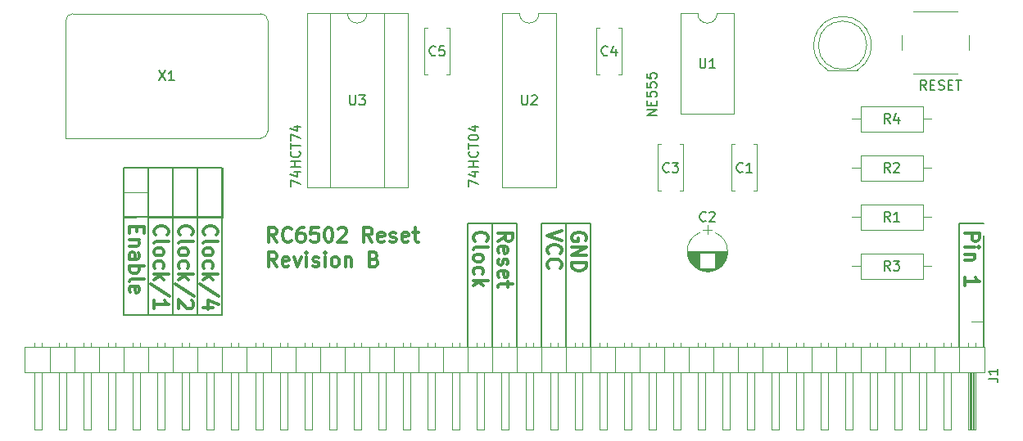
<source format=gto>
G04 #@! TF.FileFunction,Legend,Top*
%FSLAX46Y46*%
G04 Gerber Fmt 4.6, Leading zero omitted, Abs format (unit mm)*
G04 Created by KiCad (PCBNEW 4.0.6) date 06/20/17 00:11:08*
%MOMM*%
%LPD*%
G01*
G04 APERTURE LIST*
%ADD10C,0.100000*%
%ADD11C,0.300000*%
%ADD12C,0.200000*%
%ADD13C,0.120000*%
%ADD14C,0.150000*%
G04 APERTURE END LIST*
D10*
D11*
X111224286Y-135834286D02*
X111152857Y-135762857D01*
X111081429Y-135548571D01*
X111081429Y-135405714D01*
X111152857Y-135191429D01*
X111295714Y-135048571D01*
X111438571Y-134977143D01*
X111724286Y-134905714D01*
X111938571Y-134905714D01*
X112224286Y-134977143D01*
X112367143Y-135048571D01*
X112510000Y-135191429D01*
X112581429Y-135405714D01*
X112581429Y-135548571D01*
X112510000Y-135762857D01*
X112438571Y-135834286D01*
X111081429Y-136691429D02*
X111152857Y-136548571D01*
X111295714Y-136477143D01*
X112581429Y-136477143D01*
X111081429Y-137477143D02*
X111152857Y-137334285D01*
X111224286Y-137262857D01*
X111367143Y-137191428D01*
X111795714Y-137191428D01*
X111938571Y-137262857D01*
X112010000Y-137334285D01*
X112081429Y-137477143D01*
X112081429Y-137691428D01*
X112010000Y-137834285D01*
X111938571Y-137905714D01*
X111795714Y-137977143D01*
X111367143Y-137977143D01*
X111224286Y-137905714D01*
X111152857Y-137834285D01*
X111081429Y-137691428D01*
X111081429Y-137477143D01*
X111152857Y-139262857D02*
X111081429Y-139120000D01*
X111081429Y-138834286D01*
X111152857Y-138691428D01*
X111224286Y-138620000D01*
X111367143Y-138548571D01*
X111795714Y-138548571D01*
X111938571Y-138620000D01*
X112010000Y-138691428D01*
X112081429Y-138834286D01*
X112081429Y-139120000D01*
X112010000Y-139262857D01*
X111081429Y-139905714D02*
X112581429Y-139905714D01*
X111652857Y-140048571D02*
X111081429Y-140477142D01*
X112081429Y-140477142D02*
X111510000Y-139905714D01*
X112652857Y-142191428D02*
X110724286Y-140905714D01*
X112081429Y-143334286D02*
X111081429Y-143334286D01*
X112652857Y-142977143D02*
X111581429Y-142620000D01*
X111581429Y-143548572D01*
X108684286Y-135834286D02*
X108612857Y-135762857D01*
X108541429Y-135548571D01*
X108541429Y-135405714D01*
X108612857Y-135191429D01*
X108755714Y-135048571D01*
X108898571Y-134977143D01*
X109184286Y-134905714D01*
X109398571Y-134905714D01*
X109684286Y-134977143D01*
X109827143Y-135048571D01*
X109970000Y-135191429D01*
X110041429Y-135405714D01*
X110041429Y-135548571D01*
X109970000Y-135762857D01*
X109898571Y-135834286D01*
X108541429Y-136691429D02*
X108612857Y-136548571D01*
X108755714Y-136477143D01*
X110041429Y-136477143D01*
X108541429Y-137477143D02*
X108612857Y-137334285D01*
X108684286Y-137262857D01*
X108827143Y-137191428D01*
X109255714Y-137191428D01*
X109398571Y-137262857D01*
X109470000Y-137334285D01*
X109541429Y-137477143D01*
X109541429Y-137691428D01*
X109470000Y-137834285D01*
X109398571Y-137905714D01*
X109255714Y-137977143D01*
X108827143Y-137977143D01*
X108684286Y-137905714D01*
X108612857Y-137834285D01*
X108541429Y-137691428D01*
X108541429Y-137477143D01*
X108612857Y-139262857D02*
X108541429Y-139120000D01*
X108541429Y-138834286D01*
X108612857Y-138691428D01*
X108684286Y-138620000D01*
X108827143Y-138548571D01*
X109255714Y-138548571D01*
X109398571Y-138620000D01*
X109470000Y-138691428D01*
X109541429Y-138834286D01*
X109541429Y-139120000D01*
X109470000Y-139262857D01*
X108541429Y-139905714D02*
X110041429Y-139905714D01*
X109112857Y-140048571D02*
X108541429Y-140477142D01*
X109541429Y-140477142D02*
X108970000Y-139905714D01*
X110112857Y-142191428D02*
X108184286Y-140905714D01*
X109898571Y-142620000D02*
X109970000Y-142691429D01*
X110041429Y-142834286D01*
X110041429Y-143191429D01*
X109970000Y-143334286D01*
X109898571Y-143405715D01*
X109755714Y-143477143D01*
X109612857Y-143477143D01*
X109398571Y-143405715D01*
X108541429Y-142548572D01*
X108541429Y-143477143D01*
D12*
X105410000Y-128905000D02*
X105410000Y-144145000D01*
X107950000Y-128905000D02*
X107950000Y-144145000D01*
X110490000Y-128905000D02*
X110490000Y-144145000D01*
X102870000Y-144145000D02*
X102870000Y-143510000D01*
X113030000Y-144145000D02*
X102870000Y-144145000D01*
X113030000Y-143510000D02*
X113030000Y-144145000D01*
D11*
X106144286Y-135834286D02*
X106072857Y-135762857D01*
X106001429Y-135548571D01*
X106001429Y-135405714D01*
X106072857Y-135191429D01*
X106215714Y-135048571D01*
X106358571Y-134977143D01*
X106644286Y-134905714D01*
X106858571Y-134905714D01*
X107144286Y-134977143D01*
X107287143Y-135048571D01*
X107430000Y-135191429D01*
X107501429Y-135405714D01*
X107501429Y-135548571D01*
X107430000Y-135762857D01*
X107358571Y-135834286D01*
X106001429Y-136691429D02*
X106072857Y-136548571D01*
X106215714Y-136477143D01*
X107501429Y-136477143D01*
X106001429Y-137477143D02*
X106072857Y-137334285D01*
X106144286Y-137262857D01*
X106287143Y-137191428D01*
X106715714Y-137191428D01*
X106858571Y-137262857D01*
X106930000Y-137334285D01*
X107001429Y-137477143D01*
X107001429Y-137691428D01*
X106930000Y-137834285D01*
X106858571Y-137905714D01*
X106715714Y-137977143D01*
X106287143Y-137977143D01*
X106144286Y-137905714D01*
X106072857Y-137834285D01*
X106001429Y-137691428D01*
X106001429Y-137477143D01*
X106072857Y-139262857D02*
X106001429Y-139120000D01*
X106001429Y-138834286D01*
X106072857Y-138691428D01*
X106144286Y-138620000D01*
X106287143Y-138548571D01*
X106715714Y-138548571D01*
X106858571Y-138620000D01*
X106930000Y-138691428D01*
X107001429Y-138834286D01*
X107001429Y-139120000D01*
X106930000Y-139262857D01*
X106001429Y-139905714D02*
X107501429Y-139905714D01*
X106572857Y-140048571D02*
X106001429Y-140477142D01*
X107001429Y-140477142D02*
X106430000Y-139905714D01*
X107572857Y-142191428D02*
X105644286Y-140905714D01*
X106001429Y-143477143D02*
X106001429Y-142620000D01*
X106001429Y-143048572D02*
X107501429Y-143048572D01*
X107287143Y-142905715D01*
X107144286Y-142762857D01*
X107072857Y-142620000D01*
X104247143Y-134977143D02*
X104247143Y-135477143D01*
X103461429Y-135691429D02*
X103461429Y-134977143D01*
X104961429Y-134977143D01*
X104961429Y-135691429D01*
X104461429Y-136334286D02*
X103461429Y-136334286D01*
X104318571Y-136334286D02*
X104390000Y-136405714D01*
X104461429Y-136548572D01*
X104461429Y-136762857D01*
X104390000Y-136905714D01*
X104247143Y-136977143D01*
X103461429Y-136977143D01*
X103461429Y-138334286D02*
X104247143Y-138334286D01*
X104390000Y-138262857D01*
X104461429Y-138120000D01*
X104461429Y-137834286D01*
X104390000Y-137691429D01*
X103532857Y-138334286D02*
X103461429Y-138191429D01*
X103461429Y-137834286D01*
X103532857Y-137691429D01*
X103675714Y-137620000D01*
X103818571Y-137620000D01*
X103961429Y-137691429D01*
X104032857Y-137834286D01*
X104032857Y-138191429D01*
X104104286Y-138334286D01*
X103461429Y-139048572D02*
X104961429Y-139048572D01*
X104390000Y-139048572D02*
X104461429Y-139191429D01*
X104461429Y-139477143D01*
X104390000Y-139620000D01*
X104318571Y-139691429D01*
X104175714Y-139762858D01*
X103747143Y-139762858D01*
X103604286Y-139691429D01*
X103532857Y-139620000D01*
X103461429Y-139477143D01*
X103461429Y-139191429D01*
X103532857Y-139048572D01*
X103461429Y-140620001D02*
X103532857Y-140477143D01*
X103675714Y-140405715D01*
X104961429Y-140405715D01*
X103532857Y-141762857D02*
X103461429Y-141620000D01*
X103461429Y-141334286D01*
X103532857Y-141191429D01*
X103675714Y-141120000D01*
X104247143Y-141120000D01*
X104390000Y-141191429D01*
X104461429Y-141334286D01*
X104461429Y-141620000D01*
X104390000Y-141762857D01*
X104247143Y-141834286D01*
X104104286Y-141834286D01*
X103961429Y-141120000D01*
D12*
X102870000Y-133985000D02*
X113030000Y-133985000D01*
X102870000Y-128905000D02*
X113030000Y-128905000D01*
X113030000Y-128905000D02*
X113030000Y-143510000D01*
X102870000Y-128905000D02*
X102870000Y-143510000D01*
X189230000Y-134620000D02*
X191770000Y-134620000D01*
X189230000Y-147320000D02*
X189230000Y-134620000D01*
X148590000Y-147320000D02*
X148590000Y-134620000D01*
X151130000Y-134620000D02*
X151130000Y-147320000D01*
X146050000Y-134620000D02*
X151130000Y-134620000D01*
X146050000Y-147320000D02*
X146050000Y-134620000D01*
X143510000Y-134620000D02*
X143510000Y-147320000D01*
X140970000Y-147320000D02*
X140970000Y-134620000D01*
X138430000Y-134620000D02*
X138430000Y-147320000D01*
X143510000Y-134620000D02*
X138430000Y-134620000D01*
D11*
X139164286Y-136469286D02*
X139092857Y-136397857D01*
X139021429Y-136183571D01*
X139021429Y-136040714D01*
X139092857Y-135826429D01*
X139235714Y-135683571D01*
X139378571Y-135612143D01*
X139664286Y-135540714D01*
X139878571Y-135540714D01*
X140164286Y-135612143D01*
X140307143Y-135683571D01*
X140450000Y-135826429D01*
X140521429Y-136040714D01*
X140521429Y-136183571D01*
X140450000Y-136397857D01*
X140378571Y-136469286D01*
X139021429Y-137326429D02*
X139092857Y-137183571D01*
X139235714Y-137112143D01*
X140521429Y-137112143D01*
X139021429Y-138112143D02*
X139092857Y-137969285D01*
X139164286Y-137897857D01*
X139307143Y-137826428D01*
X139735714Y-137826428D01*
X139878571Y-137897857D01*
X139950000Y-137969285D01*
X140021429Y-138112143D01*
X140021429Y-138326428D01*
X139950000Y-138469285D01*
X139878571Y-138540714D01*
X139735714Y-138612143D01*
X139307143Y-138612143D01*
X139164286Y-138540714D01*
X139092857Y-138469285D01*
X139021429Y-138326428D01*
X139021429Y-138112143D01*
X139092857Y-139897857D02*
X139021429Y-139755000D01*
X139021429Y-139469286D01*
X139092857Y-139326428D01*
X139164286Y-139255000D01*
X139307143Y-139183571D01*
X139735714Y-139183571D01*
X139878571Y-139255000D01*
X139950000Y-139326428D01*
X140021429Y-139469286D01*
X140021429Y-139755000D01*
X139950000Y-139897857D01*
X139021429Y-140540714D02*
X140521429Y-140540714D01*
X139592857Y-140683571D02*
X139021429Y-141112142D01*
X140021429Y-141112142D02*
X139450000Y-140540714D01*
X141561429Y-136469286D02*
X142275714Y-135969286D01*
X141561429Y-135612143D02*
X143061429Y-135612143D01*
X143061429Y-136183571D01*
X142990000Y-136326429D01*
X142918571Y-136397857D01*
X142775714Y-136469286D01*
X142561429Y-136469286D01*
X142418571Y-136397857D01*
X142347143Y-136326429D01*
X142275714Y-136183571D01*
X142275714Y-135612143D01*
X141632857Y-137683571D02*
X141561429Y-137540714D01*
X141561429Y-137255000D01*
X141632857Y-137112143D01*
X141775714Y-137040714D01*
X142347143Y-137040714D01*
X142490000Y-137112143D01*
X142561429Y-137255000D01*
X142561429Y-137540714D01*
X142490000Y-137683571D01*
X142347143Y-137755000D01*
X142204286Y-137755000D01*
X142061429Y-137040714D01*
X141632857Y-138326428D02*
X141561429Y-138469285D01*
X141561429Y-138755000D01*
X141632857Y-138897857D01*
X141775714Y-138969285D01*
X141847143Y-138969285D01*
X141990000Y-138897857D01*
X142061429Y-138755000D01*
X142061429Y-138540714D01*
X142132857Y-138397857D01*
X142275714Y-138326428D01*
X142347143Y-138326428D01*
X142490000Y-138397857D01*
X142561429Y-138540714D01*
X142561429Y-138755000D01*
X142490000Y-138897857D01*
X141632857Y-140183571D02*
X141561429Y-140040714D01*
X141561429Y-139755000D01*
X141632857Y-139612143D01*
X141775714Y-139540714D01*
X142347143Y-139540714D01*
X142490000Y-139612143D01*
X142561429Y-139755000D01*
X142561429Y-140040714D01*
X142490000Y-140183571D01*
X142347143Y-140255000D01*
X142204286Y-140255000D01*
X142061429Y-139540714D01*
X142561429Y-140683571D02*
X142561429Y-141255000D01*
X143061429Y-140897857D02*
X141775714Y-140897857D01*
X141632857Y-140969285D01*
X141561429Y-141112143D01*
X141561429Y-141255000D01*
X148141429Y-135397857D02*
X146641429Y-135897857D01*
X148141429Y-136397857D01*
X146784286Y-137755000D02*
X146712857Y-137683571D01*
X146641429Y-137469285D01*
X146641429Y-137326428D01*
X146712857Y-137112143D01*
X146855714Y-136969285D01*
X146998571Y-136897857D01*
X147284286Y-136826428D01*
X147498571Y-136826428D01*
X147784286Y-136897857D01*
X147927143Y-136969285D01*
X148070000Y-137112143D01*
X148141429Y-137326428D01*
X148141429Y-137469285D01*
X148070000Y-137683571D01*
X147998571Y-137755000D01*
X146784286Y-139255000D02*
X146712857Y-139183571D01*
X146641429Y-138969285D01*
X146641429Y-138826428D01*
X146712857Y-138612143D01*
X146855714Y-138469285D01*
X146998571Y-138397857D01*
X147284286Y-138326428D01*
X147498571Y-138326428D01*
X147784286Y-138397857D01*
X147927143Y-138469285D01*
X148070000Y-138612143D01*
X148141429Y-138826428D01*
X148141429Y-138969285D01*
X148070000Y-139183571D01*
X147998571Y-139255000D01*
X150610000Y-136397857D02*
X150681429Y-136255000D01*
X150681429Y-136040714D01*
X150610000Y-135826429D01*
X150467143Y-135683571D01*
X150324286Y-135612143D01*
X150038571Y-135540714D01*
X149824286Y-135540714D01*
X149538571Y-135612143D01*
X149395714Y-135683571D01*
X149252857Y-135826429D01*
X149181429Y-136040714D01*
X149181429Y-136183571D01*
X149252857Y-136397857D01*
X149324286Y-136469286D01*
X149824286Y-136469286D01*
X149824286Y-136183571D01*
X149181429Y-137112143D02*
X150681429Y-137112143D01*
X149181429Y-137969286D01*
X150681429Y-137969286D01*
X149181429Y-138683572D02*
X150681429Y-138683572D01*
X150681429Y-139040715D01*
X150610000Y-139255000D01*
X150467143Y-139397858D01*
X150324286Y-139469286D01*
X150038571Y-139540715D01*
X149824286Y-139540715D01*
X149538571Y-139469286D01*
X149395714Y-139397858D01*
X149252857Y-139255000D01*
X149181429Y-139040715D01*
X149181429Y-138683572D01*
X118689286Y-136563571D02*
X118189286Y-135849286D01*
X117832143Y-136563571D02*
X117832143Y-135063571D01*
X118403571Y-135063571D01*
X118546429Y-135135000D01*
X118617857Y-135206429D01*
X118689286Y-135349286D01*
X118689286Y-135563571D01*
X118617857Y-135706429D01*
X118546429Y-135777857D01*
X118403571Y-135849286D01*
X117832143Y-135849286D01*
X120189286Y-136420714D02*
X120117857Y-136492143D01*
X119903571Y-136563571D01*
X119760714Y-136563571D01*
X119546429Y-136492143D01*
X119403571Y-136349286D01*
X119332143Y-136206429D01*
X119260714Y-135920714D01*
X119260714Y-135706429D01*
X119332143Y-135420714D01*
X119403571Y-135277857D01*
X119546429Y-135135000D01*
X119760714Y-135063571D01*
X119903571Y-135063571D01*
X120117857Y-135135000D01*
X120189286Y-135206429D01*
X121475000Y-135063571D02*
X121189286Y-135063571D01*
X121046429Y-135135000D01*
X120975000Y-135206429D01*
X120832143Y-135420714D01*
X120760714Y-135706429D01*
X120760714Y-136277857D01*
X120832143Y-136420714D01*
X120903571Y-136492143D01*
X121046429Y-136563571D01*
X121332143Y-136563571D01*
X121475000Y-136492143D01*
X121546429Y-136420714D01*
X121617857Y-136277857D01*
X121617857Y-135920714D01*
X121546429Y-135777857D01*
X121475000Y-135706429D01*
X121332143Y-135635000D01*
X121046429Y-135635000D01*
X120903571Y-135706429D01*
X120832143Y-135777857D01*
X120760714Y-135920714D01*
X122975000Y-135063571D02*
X122260714Y-135063571D01*
X122189285Y-135777857D01*
X122260714Y-135706429D01*
X122403571Y-135635000D01*
X122760714Y-135635000D01*
X122903571Y-135706429D01*
X122975000Y-135777857D01*
X123046428Y-135920714D01*
X123046428Y-136277857D01*
X122975000Y-136420714D01*
X122903571Y-136492143D01*
X122760714Y-136563571D01*
X122403571Y-136563571D01*
X122260714Y-136492143D01*
X122189285Y-136420714D01*
X123974999Y-135063571D02*
X124117856Y-135063571D01*
X124260713Y-135135000D01*
X124332142Y-135206429D01*
X124403571Y-135349286D01*
X124474999Y-135635000D01*
X124474999Y-135992143D01*
X124403571Y-136277857D01*
X124332142Y-136420714D01*
X124260713Y-136492143D01*
X124117856Y-136563571D01*
X123974999Y-136563571D01*
X123832142Y-136492143D01*
X123760713Y-136420714D01*
X123689285Y-136277857D01*
X123617856Y-135992143D01*
X123617856Y-135635000D01*
X123689285Y-135349286D01*
X123760713Y-135206429D01*
X123832142Y-135135000D01*
X123974999Y-135063571D01*
X125046427Y-135206429D02*
X125117856Y-135135000D01*
X125260713Y-135063571D01*
X125617856Y-135063571D01*
X125760713Y-135135000D01*
X125832142Y-135206429D01*
X125903570Y-135349286D01*
X125903570Y-135492143D01*
X125832142Y-135706429D01*
X124974999Y-136563571D01*
X125903570Y-136563571D01*
X128546427Y-136563571D02*
X128046427Y-135849286D01*
X127689284Y-136563571D02*
X127689284Y-135063571D01*
X128260712Y-135063571D01*
X128403570Y-135135000D01*
X128474998Y-135206429D01*
X128546427Y-135349286D01*
X128546427Y-135563571D01*
X128474998Y-135706429D01*
X128403570Y-135777857D01*
X128260712Y-135849286D01*
X127689284Y-135849286D01*
X129760712Y-136492143D02*
X129617855Y-136563571D01*
X129332141Y-136563571D01*
X129189284Y-136492143D01*
X129117855Y-136349286D01*
X129117855Y-135777857D01*
X129189284Y-135635000D01*
X129332141Y-135563571D01*
X129617855Y-135563571D01*
X129760712Y-135635000D01*
X129832141Y-135777857D01*
X129832141Y-135920714D01*
X129117855Y-136063571D01*
X130403569Y-136492143D02*
X130546426Y-136563571D01*
X130832141Y-136563571D01*
X130974998Y-136492143D01*
X131046426Y-136349286D01*
X131046426Y-136277857D01*
X130974998Y-136135000D01*
X130832141Y-136063571D01*
X130617855Y-136063571D01*
X130474998Y-135992143D01*
X130403569Y-135849286D01*
X130403569Y-135777857D01*
X130474998Y-135635000D01*
X130617855Y-135563571D01*
X130832141Y-135563571D01*
X130974998Y-135635000D01*
X132260712Y-136492143D02*
X132117855Y-136563571D01*
X131832141Y-136563571D01*
X131689284Y-136492143D01*
X131617855Y-136349286D01*
X131617855Y-135777857D01*
X131689284Y-135635000D01*
X131832141Y-135563571D01*
X132117855Y-135563571D01*
X132260712Y-135635000D01*
X132332141Y-135777857D01*
X132332141Y-135920714D01*
X131617855Y-136063571D01*
X132760712Y-135563571D02*
X133332141Y-135563571D01*
X132974998Y-135063571D02*
X132974998Y-136349286D01*
X133046426Y-136492143D01*
X133189284Y-136563571D01*
X133332141Y-136563571D01*
X118689286Y-139113571D02*
X118189286Y-138399286D01*
X117832143Y-139113571D02*
X117832143Y-137613571D01*
X118403571Y-137613571D01*
X118546429Y-137685000D01*
X118617857Y-137756429D01*
X118689286Y-137899286D01*
X118689286Y-138113571D01*
X118617857Y-138256429D01*
X118546429Y-138327857D01*
X118403571Y-138399286D01*
X117832143Y-138399286D01*
X119903571Y-139042143D02*
X119760714Y-139113571D01*
X119475000Y-139113571D01*
X119332143Y-139042143D01*
X119260714Y-138899286D01*
X119260714Y-138327857D01*
X119332143Y-138185000D01*
X119475000Y-138113571D01*
X119760714Y-138113571D01*
X119903571Y-138185000D01*
X119975000Y-138327857D01*
X119975000Y-138470714D01*
X119260714Y-138613571D01*
X120475000Y-138113571D02*
X120832143Y-139113571D01*
X121189285Y-138113571D01*
X121760714Y-139113571D02*
X121760714Y-138113571D01*
X121760714Y-137613571D02*
X121689285Y-137685000D01*
X121760714Y-137756429D01*
X121832142Y-137685000D01*
X121760714Y-137613571D01*
X121760714Y-137756429D01*
X122403571Y-139042143D02*
X122546428Y-139113571D01*
X122832143Y-139113571D01*
X122975000Y-139042143D01*
X123046428Y-138899286D01*
X123046428Y-138827857D01*
X122975000Y-138685000D01*
X122832143Y-138613571D01*
X122617857Y-138613571D01*
X122475000Y-138542143D01*
X122403571Y-138399286D01*
X122403571Y-138327857D01*
X122475000Y-138185000D01*
X122617857Y-138113571D01*
X122832143Y-138113571D01*
X122975000Y-138185000D01*
X123689286Y-139113571D02*
X123689286Y-138113571D01*
X123689286Y-137613571D02*
X123617857Y-137685000D01*
X123689286Y-137756429D01*
X123760714Y-137685000D01*
X123689286Y-137613571D01*
X123689286Y-137756429D01*
X124617858Y-139113571D02*
X124475000Y-139042143D01*
X124403572Y-138970714D01*
X124332143Y-138827857D01*
X124332143Y-138399286D01*
X124403572Y-138256429D01*
X124475000Y-138185000D01*
X124617858Y-138113571D01*
X124832143Y-138113571D01*
X124975000Y-138185000D01*
X125046429Y-138256429D01*
X125117858Y-138399286D01*
X125117858Y-138827857D01*
X125046429Y-138970714D01*
X124975000Y-139042143D01*
X124832143Y-139113571D01*
X124617858Y-139113571D01*
X125760715Y-138113571D02*
X125760715Y-139113571D01*
X125760715Y-138256429D02*
X125832143Y-138185000D01*
X125975001Y-138113571D01*
X126189286Y-138113571D01*
X126332143Y-138185000D01*
X126403572Y-138327857D01*
X126403572Y-139113571D01*
X128760715Y-138327857D02*
X128975001Y-138399286D01*
X129046429Y-138470714D01*
X129117858Y-138613571D01*
X129117858Y-138827857D01*
X129046429Y-138970714D01*
X128975001Y-139042143D01*
X128832143Y-139113571D01*
X128260715Y-139113571D01*
X128260715Y-137613571D01*
X128760715Y-137613571D01*
X128903572Y-137685000D01*
X128975001Y-137756429D01*
X129046429Y-137899286D01*
X129046429Y-138042143D01*
X128975001Y-138185000D01*
X128903572Y-138256429D01*
X128760715Y-138327857D01*
X128260715Y-138327857D01*
X189821429Y-135612143D02*
X191321429Y-135612143D01*
X191321429Y-136183571D01*
X191250000Y-136326429D01*
X191178571Y-136397857D01*
X191035714Y-136469286D01*
X190821429Y-136469286D01*
X190678571Y-136397857D01*
X190607143Y-136326429D01*
X190535714Y-136183571D01*
X190535714Y-135612143D01*
X189821429Y-137112143D02*
X190821429Y-137112143D01*
X191321429Y-137112143D02*
X191250000Y-137040714D01*
X191178571Y-137112143D01*
X191250000Y-137183571D01*
X191321429Y-137112143D01*
X191178571Y-137112143D01*
X190821429Y-137826429D02*
X189821429Y-137826429D01*
X190678571Y-137826429D02*
X190750000Y-137897857D01*
X190821429Y-138040715D01*
X190821429Y-138255000D01*
X190750000Y-138397857D01*
X190607143Y-138469286D01*
X189821429Y-138469286D01*
X189821429Y-141112143D02*
X189821429Y-140255000D01*
X189821429Y-140683572D02*
X191321429Y-140683572D01*
X191107143Y-140540715D01*
X190964286Y-140397857D01*
X190892857Y-140255000D01*
D12*
X191770000Y-135890000D02*
X191770000Y-147320000D01*
D13*
X185455000Y-135295000D02*
X185455000Y-132675000D01*
X185455000Y-132675000D02*
X179035000Y-132675000D01*
X179035000Y-132675000D02*
X179035000Y-135295000D01*
X179035000Y-135295000D02*
X185455000Y-135295000D01*
X186345000Y-133985000D02*
X185455000Y-133985000D01*
X178145000Y-133985000D02*
X179035000Y-133985000D01*
X185455000Y-130215000D02*
X185455000Y-127595000D01*
X185455000Y-127595000D02*
X179035000Y-127595000D01*
X179035000Y-127595000D02*
X179035000Y-130215000D01*
X179035000Y-130215000D02*
X185455000Y-130215000D01*
X186345000Y-128905000D02*
X185455000Y-128905000D01*
X178145000Y-128905000D02*
X179035000Y-128905000D01*
X184515000Y-119165000D02*
X189015000Y-119165000D01*
X183265000Y-115165000D02*
X183265000Y-116665000D01*
X189015000Y-112665000D02*
X184515000Y-112665000D01*
X190265000Y-116665000D02*
X190265000Y-115165000D01*
X162195000Y-112910000D02*
X160425000Y-112910000D01*
X160425000Y-112910000D02*
X160425000Y-123310000D01*
X160425000Y-123310000D02*
X165965000Y-123310000D01*
X165965000Y-123310000D02*
X165965000Y-112910000D01*
X165965000Y-112910000D02*
X164195000Y-112910000D01*
X164195000Y-112910000D02*
G75*
G02X162195000Y-112910000I-1000000J0D01*
G01*
X143780000Y-112910000D02*
X142010000Y-112910000D01*
X142010000Y-112910000D02*
X142010000Y-130930000D01*
X142010000Y-130930000D02*
X147550000Y-130930000D01*
X147550000Y-130930000D02*
X147550000Y-112910000D01*
X147550000Y-112910000D02*
X145780000Y-112910000D01*
X145780000Y-112910000D02*
G75*
G02X143780000Y-112910000I-1000000J0D01*
G01*
X163974089Y-139464361D02*
G75*
G03X163975000Y-135586005I-779089J1939361D01*
G01*
X162415911Y-139464361D02*
G75*
G02X162415000Y-135586005I779089J1939361D01*
G01*
X162415911Y-139464361D02*
G75*
G03X163975000Y-139463995I779089J1939361D01*
G01*
X165245000Y-137525000D02*
X161145000Y-137525000D01*
X165245000Y-137565000D02*
X161145000Y-137565000D01*
X165244000Y-137605000D02*
X161146000Y-137605000D01*
X165242000Y-137645000D02*
X161148000Y-137645000D01*
X165239000Y-137685000D02*
X161151000Y-137685000D01*
X165236000Y-137725000D02*
X161154000Y-137725000D01*
X165232000Y-137765000D02*
X163975000Y-137765000D01*
X162415000Y-137765000D02*
X161158000Y-137765000D01*
X165227000Y-137805000D02*
X163975000Y-137805000D01*
X162415000Y-137805000D02*
X161163000Y-137805000D01*
X165221000Y-137845000D02*
X163975000Y-137845000D01*
X162415000Y-137845000D02*
X161169000Y-137845000D01*
X165214000Y-137885000D02*
X163975000Y-137885000D01*
X162415000Y-137885000D02*
X161176000Y-137885000D01*
X165207000Y-137925000D02*
X163975000Y-137925000D01*
X162415000Y-137925000D02*
X161183000Y-137925000D01*
X165199000Y-137965000D02*
X163975000Y-137965000D01*
X162415000Y-137965000D02*
X161191000Y-137965000D01*
X165190000Y-138005000D02*
X163975000Y-138005000D01*
X162415000Y-138005000D02*
X161200000Y-138005000D01*
X165180000Y-138045000D02*
X163975000Y-138045000D01*
X162415000Y-138045000D02*
X161210000Y-138045000D01*
X165169000Y-138085000D02*
X163975000Y-138085000D01*
X162415000Y-138085000D02*
X161221000Y-138085000D01*
X165158000Y-138125000D02*
X163975000Y-138125000D01*
X162415000Y-138125000D02*
X161232000Y-138125000D01*
X165145000Y-138165000D02*
X163975000Y-138165000D01*
X162415000Y-138165000D02*
X161245000Y-138165000D01*
X165132000Y-138205000D02*
X163975000Y-138205000D01*
X162415000Y-138205000D02*
X161258000Y-138205000D01*
X165118000Y-138246000D02*
X163975000Y-138246000D01*
X162415000Y-138246000D02*
X161272000Y-138246000D01*
X165102000Y-138286000D02*
X163975000Y-138286000D01*
X162415000Y-138286000D02*
X161288000Y-138286000D01*
X165086000Y-138326000D02*
X163975000Y-138326000D01*
X162415000Y-138326000D02*
X161304000Y-138326000D01*
X165069000Y-138366000D02*
X163975000Y-138366000D01*
X162415000Y-138366000D02*
X161321000Y-138366000D01*
X165051000Y-138406000D02*
X163975000Y-138406000D01*
X162415000Y-138406000D02*
X161339000Y-138406000D01*
X165032000Y-138446000D02*
X163975000Y-138446000D01*
X162415000Y-138446000D02*
X161358000Y-138446000D01*
X165012000Y-138486000D02*
X163975000Y-138486000D01*
X162415000Y-138486000D02*
X161378000Y-138486000D01*
X164991000Y-138526000D02*
X163975000Y-138526000D01*
X162415000Y-138526000D02*
X161399000Y-138526000D01*
X164968000Y-138566000D02*
X163975000Y-138566000D01*
X162415000Y-138566000D02*
X161422000Y-138566000D01*
X164945000Y-138606000D02*
X163975000Y-138606000D01*
X162415000Y-138606000D02*
X161445000Y-138606000D01*
X164920000Y-138646000D02*
X163975000Y-138646000D01*
X162415000Y-138646000D02*
X161470000Y-138646000D01*
X164894000Y-138686000D02*
X163975000Y-138686000D01*
X162415000Y-138686000D02*
X161496000Y-138686000D01*
X164867000Y-138726000D02*
X163975000Y-138726000D01*
X162415000Y-138726000D02*
X161523000Y-138726000D01*
X164838000Y-138766000D02*
X163975000Y-138766000D01*
X162415000Y-138766000D02*
X161552000Y-138766000D01*
X164808000Y-138806000D02*
X163975000Y-138806000D01*
X162415000Y-138806000D02*
X161582000Y-138806000D01*
X164776000Y-138846000D02*
X163975000Y-138846000D01*
X162415000Y-138846000D02*
X161614000Y-138846000D01*
X164742000Y-138886000D02*
X163975000Y-138886000D01*
X162415000Y-138886000D02*
X161648000Y-138886000D01*
X164707000Y-138926000D02*
X163975000Y-138926000D01*
X162415000Y-138926000D02*
X161683000Y-138926000D01*
X164670000Y-138966000D02*
X163975000Y-138966000D01*
X162415000Y-138966000D02*
X161720000Y-138966000D01*
X164631000Y-139006000D02*
X163975000Y-139006000D01*
X162415000Y-139006000D02*
X161759000Y-139006000D01*
X164590000Y-139046000D02*
X163975000Y-139046000D01*
X162415000Y-139046000D02*
X161800000Y-139046000D01*
X164546000Y-139086000D02*
X163975000Y-139086000D01*
X162415000Y-139086000D02*
X161844000Y-139086000D01*
X164500000Y-139126000D02*
X163975000Y-139126000D01*
X162415000Y-139126000D02*
X161890000Y-139126000D01*
X164451000Y-139166000D02*
X163975000Y-139166000D01*
X162415000Y-139166000D02*
X161939000Y-139166000D01*
X164399000Y-139206000D02*
X163975000Y-139206000D01*
X162415000Y-139206000D02*
X161991000Y-139206000D01*
X164343000Y-139246000D02*
X163975000Y-139246000D01*
X162415000Y-139246000D02*
X162047000Y-139246000D01*
X164283000Y-139286000D02*
X163975000Y-139286000D01*
X162415000Y-139286000D02*
X162107000Y-139286000D01*
X164218000Y-139326000D02*
X162172000Y-139326000D01*
X164147000Y-139366000D02*
X162243000Y-139366000D01*
X164069000Y-139406000D02*
X162321000Y-139406000D01*
X163981000Y-139446000D02*
X162409000Y-139446000D01*
X163881000Y-139486000D02*
X162509000Y-139486000D01*
X163762000Y-139526000D02*
X162628000Y-139526000D01*
X163610000Y-139566000D02*
X162780000Y-139566000D01*
X163360000Y-139606000D02*
X163030000Y-139606000D01*
X163195000Y-134825000D02*
X163195000Y-135725000D01*
X163645000Y-135275000D02*
X162745000Y-135275000D01*
X179035000Y-137755000D02*
X179035000Y-140375000D01*
X179035000Y-140375000D02*
X185455000Y-140375000D01*
X185455000Y-140375000D02*
X185455000Y-137755000D01*
X185455000Y-137755000D02*
X179035000Y-137755000D01*
X178145000Y-139065000D02*
X179035000Y-139065000D01*
X186345000Y-139065000D02*
X185455000Y-139065000D01*
X96865000Y-113680000D02*
X96865000Y-125830000D01*
X117015000Y-112930000D02*
X97615000Y-112930000D01*
X117765000Y-125080000D02*
X117765000Y-113680000D01*
X96865000Y-125830000D02*
X117015000Y-125830000D01*
X117015000Y-125830000D02*
G75*
G03X117765000Y-125080000I0J750000D01*
G01*
X117765000Y-113680000D02*
G75*
G03X117015000Y-112930000I-750000J0D01*
G01*
X97615000Y-112930000D02*
G75*
G03X96865000Y-113680000I0J-750000D01*
G01*
X191830000Y-147390000D02*
X189230000Y-147390000D01*
X189230000Y-147390000D02*
X189230000Y-150010000D01*
X189230000Y-150010000D02*
X191830000Y-150010000D01*
X191830000Y-150010000D02*
X191830000Y-147390000D01*
X190880000Y-150010000D02*
X190120000Y-150010000D01*
X190120000Y-150010000D02*
X190120000Y-156010000D01*
X190120000Y-156010000D02*
X190880000Y-156010000D01*
X190880000Y-156010000D02*
X190880000Y-150010000D01*
X190880000Y-146960000D02*
X190880000Y-147390000D01*
X190120000Y-146960000D02*
X190120000Y-147390000D01*
X190760000Y-150010000D02*
X190760000Y-156010000D01*
X190640000Y-150010000D02*
X190640000Y-156010000D01*
X190520000Y-150010000D02*
X190520000Y-156010000D01*
X190400000Y-150010000D02*
X190400000Y-156010000D01*
X190280000Y-150010000D02*
X190280000Y-156010000D01*
X190160000Y-150010000D02*
X190160000Y-156010000D01*
X189230000Y-147390000D02*
X186690000Y-147390000D01*
X186690000Y-147390000D02*
X186690000Y-150010000D01*
X186690000Y-150010000D02*
X189230000Y-150010000D01*
X189230000Y-150010000D02*
X189230000Y-147390000D01*
X188340000Y-150010000D02*
X187580000Y-150010000D01*
X187580000Y-150010000D02*
X187580000Y-156010000D01*
X187580000Y-156010000D02*
X188340000Y-156010000D01*
X188340000Y-156010000D02*
X188340000Y-150010000D01*
X188340000Y-146960000D02*
X188340000Y-147390000D01*
X187580000Y-146960000D02*
X187580000Y-147390000D01*
X186690000Y-147390000D02*
X184150000Y-147390000D01*
X184150000Y-147390000D02*
X184150000Y-150010000D01*
X184150000Y-150010000D02*
X186690000Y-150010000D01*
X186690000Y-150010000D02*
X186690000Y-147390000D01*
X185800000Y-150010000D02*
X185040000Y-150010000D01*
X185040000Y-150010000D02*
X185040000Y-156010000D01*
X185040000Y-156010000D02*
X185800000Y-156010000D01*
X185800000Y-156010000D02*
X185800000Y-150010000D01*
X185800000Y-146960000D02*
X185800000Y-147390000D01*
X185040000Y-146960000D02*
X185040000Y-147390000D01*
X184150000Y-147390000D02*
X181610000Y-147390000D01*
X181610000Y-147390000D02*
X181610000Y-150010000D01*
X181610000Y-150010000D02*
X184150000Y-150010000D01*
X184150000Y-150010000D02*
X184150000Y-147390000D01*
X183260000Y-150010000D02*
X182500000Y-150010000D01*
X182500000Y-150010000D02*
X182500000Y-156010000D01*
X182500000Y-156010000D02*
X183260000Y-156010000D01*
X183260000Y-156010000D02*
X183260000Y-150010000D01*
X183260000Y-146960000D02*
X183260000Y-147390000D01*
X182500000Y-146960000D02*
X182500000Y-147390000D01*
X181610000Y-147390000D02*
X179070000Y-147390000D01*
X179070000Y-147390000D02*
X179070000Y-150010000D01*
X179070000Y-150010000D02*
X181610000Y-150010000D01*
X181610000Y-150010000D02*
X181610000Y-147390000D01*
X180720000Y-150010000D02*
X179960000Y-150010000D01*
X179960000Y-150010000D02*
X179960000Y-156010000D01*
X179960000Y-156010000D02*
X180720000Y-156010000D01*
X180720000Y-156010000D02*
X180720000Y-150010000D01*
X180720000Y-146960000D02*
X180720000Y-147390000D01*
X179960000Y-146960000D02*
X179960000Y-147390000D01*
X179070000Y-147390000D02*
X176530000Y-147390000D01*
X176530000Y-147390000D02*
X176530000Y-150010000D01*
X176530000Y-150010000D02*
X179070000Y-150010000D01*
X179070000Y-150010000D02*
X179070000Y-147390000D01*
X178180000Y-150010000D02*
X177420000Y-150010000D01*
X177420000Y-150010000D02*
X177420000Y-156010000D01*
X177420000Y-156010000D02*
X178180000Y-156010000D01*
X178180000Y-156010000D02*
X178180000Y-150010000D01*
X178180000Y-146960000D02*
X178180000Y-147390000D01*
X177420000Y-146960000D02*
X177420000Y-147390000D01*
X176530000Y-147390000D02*
X173990000Y-147390000D01*
X173990000Y-147390000D02*
X173990000Y-150010000D01*
X173990000Y-150010000D02*
X176530000Y-150010000D01*
X176530000Y-150010000D02*
X176530000Y-147390000D01*
X175640000Y-150010000D02*
X174880000Y-150010000D01*
X174880000Y-150010000D02*
X174880000Y-156010000D01*
X174880000Y-156010000D02*
X175640000Y-156010000D01*
X175640000Y-156010000D02*
X175640000Y-150010000D01*
X175640000Y-146960000D02*
X175640000Y-147390000D01*
X174880000Y-146960000D02*
X174880000Y-147390000D01*
X173990000Y-147390000D02*
X171450000Y-147390000D01*
X171450000Y-147390000D02*
X171450000Y-150010000D01*
X171450000Y-150010000D02*
X173990000Y-150010000D01*
X173990000Y-150010000D02*
X173990000Y-147390000D01*
X173100000Y-150010000D02*
X172340000Y-150010000D01*
X172340000Y-150010000D02*
X172340000Y-156010000D01*
X172340000Y-156010000D02*
X173100000Y-156010000D01*
X173100000Y-156010000D02*
X173100000Y-150010000D01*
X173100000Y-146960000D02*
X173100000Y-147390000D01*
X172340000Y-146960000D02*
X172340000Y-147390000D01*
X171450000Y-147390000D02*
X168910000Y-147390000D01*
X168910000Y-147390000D02*
X168910000Y-150010000D01*
X168910000Y-150010000D02*
X171450000Y-150010000D01*
X171450000Y-150010000D02*
X171450000Y-147390000D01*
X170560000Y-150010000D02*
X169800000Y-150010000D01*
X169800000Y-150010000D02*
X169800000Y-156010000D01*
X169800000Y-156010000D02*
X170560000Y-156010000D01*
X170560000Y-156010000D02*
X170560000Y-150010000D01*
X170560000Y-146960000D02*
X170560000Y-147390000D01*
X169800000Y-146960000D02*
X169800000Y-147390000D01*
X168910000Y-147390000D02*
X166370000Y-147390000D01*
X166370000Y-147390000D02*
X166370000Y-150010000D01*
X166370000Y-150010000D02*
X168910000Y-150010000D01*
X168910000Y-150010000D02*
X168910000Y-147390000D01*
X168020000Y-150010000D02*
X167260000Y-150010000D01*
X167260000Y-150010000D02*
X167260000Y-156010000D01*
X167260000Y-156010000D02*
X168020000Y-156010000D01*
X168020000Y-156010000D02*
X168020000Y-150010000D01*
X168020000Y-146960000D02*
X168020000Y-147390000D01*
X167260000Y-146960000D02*
X167260000Y-147390000D01*
X166370000Y-147390000D02*
X163830000Y-147390000D01*
X163830000Y-147390000D02*
X163830000Y-150010000D01*
X163830000Y-150010000D02*
X166370000Y-150010000D01*
X166370000Y-150010000D02*
X166370000Y-147390000D01*
X165480000Y-150010000D02*
X164720000Y-150010000D01*
X164720000Y-150010000D02*
X164720000Y-156010000D01*
X164720000Y-156010000D02*
X165480000Y-156010000D01*
X165480000Y-156010000D02*
X165480000Y-150010000D01*
X165480000Y-146960000D02*
X165480000Y-147390000D01*
X164720000Y-146960000D02*
X164720000Y-147390000D01*
X163830000Y-147390000D02*
X161290000Y-147390000D01*
X161290000Y-147390000D02*
X161290000Y-150010000D01*
X161290000Y-150010000D02*
X163830000Y-150010000D01*
X163830000Y-150010000D02*
X163830000Y-147390000D01*
X162940000Y-150010000D02*
X162180000Y-150010000D01*
X162180000Y-150010000D02*
X162180000Y-156010000D01*
X162180000Y-156010000D02*
X162940000Y-156010000D01*
X162940000Y-156010000D02*
X162940000Y-150010000D01*
X162940000Y-146960000D02*
X162940000Y-147390000D01*
X162180000Y-146960000D02*
X162180000Y-147390000D01*
X161290000Y-147390000D02*
X158750000Y-147390000D01*
X158750000Y-147390000D02*
X158750000Y-150010000D01*
X158750000Y-150010000D02*
X161290000Y-150010000D01*
X161290000Y-150010000D02*
X161290000Y-147390000D01*
X160400000Y-150010000D02*
X159640000Y-150010000D01*
X159640000Y-150010000D02*
X159640000Y-156010000D01*
X159640000Y-156010000D02*
X160400000Y-156010000D01*
X160400000Y-156010000D02*
X160400000Y-150010000D01*
X160400000Y-146960000D02*
X160400000Y-147390000D01*
X159640000Y-146960000D02*
X159640000Y-147390000D01*
X158750000Y-147390000D02*
X156210000Y-147390000D01*
X156210000Y-147390000D02*
X156210000Y-150010000D01*
X156210000Y-150010000D02*
X158750000Y-150010000D01*
X158750000Y-150010000D02*
X158750000Y-147390000D01*
X157860000Y-150010000D02*
X157100000Y-150010000D01*
X157100000Y-150010000D02*
X157100000Y-156010000D01*
X157100000Y-156010000D02*
X157860000Y-156010000D01*
X157860000Y-156010000D02*
X157860000Y-150010000D01*
X157860000Y-146960000D02*
X157860000Y-147390000D01*
X157100000Y-146960000D02*
X157100000Y-147390000D01*
X156210000Y-147390000D02*
X153670000Y-147390000D01*
X153670000Y-147390000D02*
X153670000Y-150010000D01*
X153670000Y-150010000D02*
X156210000Y-150010000D01*
X156210000Y-150010000D02*
X156210000Y-147390000D01*
X155320000Y-150010000D02*
X154560000Y-150010000D01*
X154560000Y-150010000D02*
X154560000Y-156010000D01*
X154560000Y-156010000D02*
X155320000Y-156010000D01*
X155320000Y-156010000D02*
X155320000Y-150010000D01*
X155320000Y-146960000D02*
X155320000Y-147390000D01*
X154560000Y-146960000D02*
X154560000Y-147390000D01*
X153670000Y-147390000D02*
X151130000Y-147390000D01*
X151130000Y-147390000D02*
X151130000Y-150010000D01*
X151130000Y-150010000D02*
X153670000Y-150010000D01*
X153670000Y-150010000D02*
X153670000Y-147390000D01*
X152780000Y-150010000D02*
X152020000Y-150010000D01*
X152020000Y-150010000D02*
X152020000Y-156010000D01*
X152020000Y-156010000D02*
X152780000Y-156010000D01*
X152780000Y-156010000D02*
X152780000Y-150010000D01*
X152780000Y-146960000D02*
X152780000Y-147390000D01*
X152020000Y-146960000D02*
X152020000Y-147390000D01*
X151130000Y-147390000D02*
X148590000Y-147390000D01*
X148590000Y-147390000D02*
X148590000Y-150010000D01*
X148590000Y-150010000D02*
X151130000Y-150010000D01*
X151130000Y-150010000D02*
X151130000Y-147390000D01*
X150240000Y-150010000D02*
X149480000Y-150010000D01*
X149480000Y-150010000D02*
X149480000Y-156010000D01*
X149480000Y-156010000D02*
X150240000Y-156010000D01*
X150240000Y-156010000D02*
X150240000Y-150010000D01*
X150240000Y-146960000D02*
X150240000Y-147390000D01*
X149480000Y-146960000D02*
X149480000Y-147390000D01*
X148590000Y-147390000D02*
X146050000Y-147390000D01*
X146050000Y-147390000D02*
X146050000Y-150010000D01*
X146050000Y-150010000D02*
X148590000Y-150010000D01*
X148590000Y-150010000D02*
X148590000Y-147390000D01*
X147700000Y-150010000D02*
X146940000Y-150010000D01*
X146940000Y-150010000D02*
X146940000Y-156010000D01*
X146940000Y-156010000D02*
X147700000Y-156010000D01*
X147700000Y-156010000D02*
X147700000Y-150010000D01*
X147700000Y-146960000D02*
X147700000Y-147390000D01*
X146940000Y-146960000D02*
X146940000Y-147390000D01*
X146050000Y-147390000D02*
X143510000Y-147390000D01*
X143510000Y-147390000D02*
X143510000Y-150010000D01*
X143510000Y-150010000D02*
X146050000Y-150010000D01*
X146050000Y-150010000D02*
X146050000Y-147390000D01*
X145160000Y-150010000D02*
X144400000Y-150010000D01*
X144400000Y-150010000D02*
X144400000Y-156010000D01*
X144400000Y-156010000D02*
X145160000Y-156010000D01*
X145160000Y-156010000D02*
X145160000Y-150010000D01*
X145160000Y-146960000D02*
X145160000Y-147390000D01*
X144400000Y-146960000D02*
X144400000Y-147390000D01*
X143510000Y-147390000D02*
X140970000Y-147390000D01*
X140970000Y-147390000D02*
X140970000Y-150010000D01*
X140970000Y-150010000D02*
X143510000Y-150010000D01*
X143510000Y-150010000D02*
X143510000Y-147390000D01*
X142620000Y-150010000D02*
X141860000Y-150010000D01*
X141860000Y-150010000D02*
X141860000Y-156010000D01*
X141860000Y-156010000D02*
X142620000Y-156010000D01*
X142620000Y-156010000D02*
X142620000Y-150010000D01*
X142620000Y-146960000D02*
X142620000Y-147390000D01*
X141860000Y-146960000D02*
X141860000Y-147390000D01*
X140970000Y-147390000D02*
X138430000Y-147390000D01*
X138430000Y-147390000D02*
X138430000Y-150010000D01*
X138430000Y-150010000D02*
X140970000Y-150010000D01*
X140970000Y-150010000D02*
X140970000Y-147390000D01*
X140080000Y-150010000D02*
X139320000Y-150010000D01*
X139320000Y-150010000D02*
X139320000Y-156010000D01*
X139320000Y-156010000D02*
X140080000Y-156010000D01*
X140080000Y-156010000D02*
X140080000Y-150010000D01*
X140080000Y-146960000D02*
X140080000Y-147390000D01*
X139320000Y-146960000D02*
X139320000Y-147390000D01*
X138430000Y-147390000D02*
X135890000Y-147390000D01*
X135890000Y-147390000D02*
X135890000Y-150010000D01*
X135890000Y-150010000D02*
X138430000Y-150010000D01*
X138430000Y-150010000D02*
X138430000Y-147390000D01*
X137540000Y-150010000D02*
X136780000Y-150010000D01*
X136780000Y-150010000D02*
X136780000Y-156010000D01*
X136780000Y-156010000D02*
X137540000Y-156010000D01*
X137540000Y-156010000D02*
X137540000Y-150010000D01*
X137540000Y-146960000D02*
X137540000Y-147390000D01*
X136780000Y-146960000D02*
X136780000Y-147390000D01*
X135890000Y-147390000D02*
X133350000Y-147390000D01*
X133350000Y-147390000D02*
X133350000Y-150010000D01*
X133350000Y-150010000D02*
X135890000Y-150010000D01*
X135890000Y-150010000D02*
X135890000Y-147390000D01*
X135000000Y-150010000D02*
X134240000Y-150010000D01*
X134240000Y-150010000D02*
X134240000Y-156010000D01*
X134240000Y-156010000D02*
X135000000Y-156010000D01*
X135000000Y-156010000D02*
X135000000Y-150010000D01*
X135000000Y-146960000D02*
X135000000Y-147390000D01*
X134240000Y-146960000D02*
X134240000Y-147390000D01*
X133350000Y-147390000D02*
X130810000Y-147390000D01*
X130810000Y-147390000D02*
X130810000Y-150010000D01*
X130810000Y-150010000D02*
X133350000Y-150010000D01*
X133350000Y-150010000D02*
X133350000Y-147390000D01*
X132460000Y-150010000D02*
X131700000Y-150010000D01*
X131700000Y-150010000D02*
X131700000Y-156010000D01*
X131700000Y-156010000D02*
X132460000Y-156010000D01*
X132460000Y-156010000D02*
X132460000Y-150010000D01*
X132460000Y-146960000D02*
X132460000Y-147390000D01*
X131700000Y-146960000D02*
X131700000Y-147390000D01*
X130810000Y-147390000D02*
X128270000Y-147390000D01*
X128270000Y-147390000D02*
X128270000Y-150010000D01*
X128270000Y-150010000D02*
X130810000Y-150010000D01*
X130810000Y-150010000D02*
X130810000Y-147390000D01*
X129920000Y-150010000D02*
X129160000Y-150010000D01*
X129160000Y-150010000D02*
X129160000Y-156010000D01*
X129160000Y-156010000D02*
X129920000Y-156010000D01*
X129920000Y-156010000D02*
X129920000Y-150010000D01*
X129920000Y-146960000D02*
X129920000Y-147390000D01*
X129160000Y-146960000D02*
X129160000Y-147390000D01*
X128270000Y-147390000D02*
X125730000Y-147390000D01*
X125730000Y-147390000D02*
X125730000Y-150010000D01*
X125730000Y-150010000D02*
X128270000Y-150010000D01*
X128270000Y-150010000D02*
X128270000Y-147390000D01*
X127380000Y-150010000D02*
X126620000Y-150010000D01*
X126620000Y-150010000D02*
X126620000Y-156010000D01*
X126620000Y-156010000D02*
X127380000Y-156010000D01*
X127380000Y-156010000D02*
X127380000Y-150010000D01*
X127380000Y-146960000D02*
X127380000Y-147390000D01*
X126620000Y-146960000D02*
X126620000Y-147390000D01*
X125730000Y-147390000D02*
X123190000Y-147390000D01*
X123190000Y-147390000D02*
X123190000Y-150010000D01*
X123190000Y-150010000D02*
X125730000Y-150010000D01*
X125730000Y-150010000D02*
X125730000Y-147390000D01*
X124840000Y-150010000D02*
X124080000Y-150010000D01*
X124080000Y-150010000D02*
X124080000Y-156010000D01*
X124080000Y-156010000D02*
X124840000Y-156010000D01*
X124840000Y-156010000D02*
X124840000Y-150010000D01*
X124840000Y-146960000D02*
X124840000Y-147390000D01*
X124080000Y-146960000D02*
X124080000Y-147390000D01*
X123190000Y-147390000D02*
X120650000Y-147390000D01*
X120650000Y-147390000D02*
X120650000Y-150010000D01*
X120650000Y-150010000D02*
X123190000Y-150010000D01*
X123190000Y-150010000D02*
X123190000Y-147390000D01*
X122300000Y-150010000D02*
X121540000Y-150010000D01*
X121540000Y-150010000D02*
X121540000Y-156010000D01*
X121540000Y-156010000D02*
X122300000Y-156010000D01*
X122300000Y-156010000D02*
X122300000Y-150010000D01*
X122300000Y-146960000D02*
X122300000Y-147390000D01*
X121540000Y-146960000D02*
X121540000Y-147390000D01*
X120650000Y-147390000D02*
X118110000Y-147390000D01*
X118110000Y-147390000D02*
X118110000Y-150010000D01*
X118110000Y-150010000D02*
X120650000Y-150010000D01*
X120650000Y-150010000D02*
X120650000Y-147390000D01*
X119760000Y-150010000D02*
X119000000Y-150010000D01*
X119000000Y-150010000D02*
X119000000Y-156010000D01*
X119000000Y-156010000D02*
X119760000Y-156010000D01*
X119760000Y-156010000D02*
X119760000Y-150010000D01*
X119760000Y-146960000D02*
X119760000Y-147390000D01*
X119000000Y-146960000D02*
X119000000Y-147390000D01*
X118110000Y-147390000D02*
X115570000Y-147390000D01*
X115570000Y-147390000D02*
X115570000Y-150010000D01*
X115570000Y-150010000D02*
X118110000Y-150010000D01*
X118110000Y-150010000D02*
X118110000Y-147390000D01*
X117220000Y-150010000D02*
X116460000Y-150010000D01*
X116460000Y-150010000D02*
X116460000Y-156010000D01*
X116460000Y-156010000D02*
X117220000Y-156010000D01*
X117220000Y-156010000D02*
X117220000Y-150010000D01*
X117220000Y-146960000D02*
X117220000Y-147390000D01*
X116460000Y-146960000D02*
X116460000Y-147390000D01*
X115570000Y-147390000D02*
X113030000Y-147390000D01*
X113030000Y-147390000D02*
X113030000Y-150010000D01*
X113030000Y-150010000D02*
X115570000Y-150010000D01*
X115570000Y-150010000D02*
X115570000Y-147390000D01*
X114680000Y-150010000D02*
X113920000Y-150010000D01*
X113920000Y-150010000D02*
X113920000Y-156010000D01*
X113920000Y-156010000D02*
X114680000Y-156010000D01*
X114680000Y-156010000D02*
X114680000Y-150010000D01*
X114680000Y-146960000D02*
X114680000Y-147390000D01*
X113920000Y-146960000D02*
X113920000Y-147390000D01*
X113030000Y-147390000D02*
X110490000Y-147390000D01*
X110490000Y-147390000D02*
X110490000Y-150010000D01*
X110490000Y-150010000D02*
X113030000Y-150010000D01*
X113030000Y-150010000D02*
X113030000Y-147390000D01*
X112140000Y-150010000D02*
X111380000Y-150010000D01*
X111380000Y-150010000D02*
X111380000Y-156010000D01*
X111380000Y-156010000D02*
X112140000Y-156010000D01*
X112140000Y-156010000D02*
X112140000Y-150010000D01*
X112140000Y-146960000D02*
X112140000Y-147390000D01*
X111380000Y-146960000D02*
X111380000Y-147390000D01*
X110490000Y-147390000D02*
X107950000Y-147390000D01*
X107950000Y-147390000D02*
X107950000Y-150010000D01*
X107950000Y-150010000D02*
X110490000Y-150010000D01*
X110490000Y-150010000D02*
X110490000Y-147390000D01*
X109600000Y-150010000D02*
X108840000Y-150010000D01*
X108840000Y-150010000D02*
X108840000Y-156010000D01*
X108840000Y-156010000D02*
X109600000Y-156010000D01*
X109600000Y-156010000D02*
X109600000Y-150010000D01*
X109600000Y-146960000D02*
X109600000Y-147390000D01*
X108840000Y-146960000D02*
X108840000Y-147390000D01*
X107950000Y-147390000D02*
X105410000Y-147390000D01*
X105410000Y-147390000D02*
X105410000Y-150010000D01*
X105410000Y-150010000D02*
X107950000Y-150010000D01*
X107950000Y-150010000D02*
X107950000Y-147390000D01*
X107060000Y-150010000D02*
X106300000Y-150010000D01*
X106300000Y-150010000D02*
X106300000Y-156010000D01*
X106300000Y-156010000D02*
X107060000Y-156010000D01*
X107060000Y-156010000D02*
X107060000Y-150010000D01*
X107060000Y-146960000D02*
X107060000Y-147390000D01*
X106300000Y-146960000D02*
X106300000Y-147390000D01*
X105410000Y-147390000D02*
X102870000Y-147390000D01*
X102870000Y-147390000D02*
X102870000Y-150010000D01*
X102870000Y-150010000D02*
X105410000Y-150010000D01*
X105410000Y-150010000D02*
X105410000Y-147390000D01*
X104520000Y-150010000D02*
X103760000Y-150010000D01*
X103760000Y-150010000D02*
X103760000Y-156010000D01*
X103760000Y-156010000D02*
X104520000Y-156010000D01*
X104520000Y-156010000D02*
X104520000Y-150010000D01*
X104520000Y-146960000D02*
X104520000Y-147390000D01*
X103760000Y-146960000D02*
X103760000Y-147390000D01*
X102870000Y-147390000D02*
X100330000Y-147390000D01*
X100330000Y-147390000D02*
X100330000Y-150010000D01*
X100330000Y-150010000D02*
X102870000Y-150010000D01*
X102870000Y-150010000D02*
X102870000Y-147390000D01*
X101980000Y-150010000D02*
X101220000Y-150010000D01*
X101220000Y-150010000D02*
X101220000Y-156010000D01*
X101220000Y-156010000D02*
X101980000Y-156010000D01*
X101980000Y-156010000D02*
X101980000Y-150010000D01*
X101980000Y-146960000D02*
X101980000Y-147390000D01*
X101220000Y-146960000D02*
X101220000Y-147390000D01*
X100330000Y-147390000D02*
X97790000Y-147390000D01*
X97790000Y-147390000D02*
X97790000Y-150010000D01*
X97790000Y-150010000D02*
X100330000Y-150010000D01*
X100330000Y-150010000D02*
X100330000Y-147390000D01*
X99440000Y-150010000D02*
X98680000Y-150010000D01*
X98680000Y-150010000D02*
X98680000Y-156010000D01*
X98680000Y-156010000D02*
X99440000Y-156010000D01*
X99440000Y-156010000D02*
X99440000Y-150010000D01*
X99440000Y-146960000D02*
X99440000Y-147390000D01*
X98680000Y-146960000D02*
X98680000Y-147390000D01*
X97790000Y-147390000D02*
X95250000Y-147390000D01*
X95250000Y-147390000D02*
X95250000Y-150010000D01*
X95250000Y-150010000D02*
X97790000Y-150010000D01*
X97790000Y-150010000D02*
X97790000Y-147390000D01*
X96900000Y-150010000D02*
X96140000Y-150010000D01*
X96140000Y-150010000D02*
X96140000Y-156010000D01*
X96140000Y-156010000D02*
X96900000Y-156010000D01*
X96900000Y-156010000D02*
X96900000Y-150010000D01*
X96900000Y-146960000D02*
X96900000Y-147390000D01*
X96140000Y-146960000D02*
X96140000Y-147390000D01*
X95250000Y-147390000D02*
X92650000Y-147390000D01*
X92650000Y-147390000D02*
X92650000Y-150010000D01*
X92650000Y-150010000D02*
X95250000Y-150010000D01*
X95250000Y-150010000D02*
X95250000Y-147390000D01*
X94360000Y-150010000D02*
X93600000Y-150010000D01*
X93600000Y-150010000D02*
X93600000Y-156010000D01*
X93600000Y-156010000D02*
X94360000Y-156010000D01*
X94360000Y-156010000D02*
X94360000Y-150010000D01*
X94360000Y-146960000D02*
X94360000Y-147390000D01*
X93600000Y-146960000D02*
X93600000Y-147390000D01*
X190500000Y-144780000D02*
X191770000Y-144780000D01*
X191770000Y-144780000D02*
X191770000Y-146050000D01*
X126000000Y-112910000D02*
X124230000Y-112910000D01*
X124230000Y-112910000D02*
X124230000Y-130930000D01*
X124230000Y-130930000D02*
X129770000Y-130930000D01*
X129770000Y-130930000D02*
X129770000Y-112910000D01*
X129770000Y-112910000D02*
X128000000Y-112910000D01*
X121800000Y-112910000D02*
X121800000Y-130930000D01*
X121800000Y-130930000D02*
X132200000Y-130930000D01*
X132200000Y-130930000D02*
X132200000Y-112910000D01*
X132200000Y-112910000D02*
X121800000Y-112910000D01*
X128000000Y-112910000D02*
G75*
G02X126000000Y-112910000I-1000000J0D01*
G01*
X168315000Y-126455000D02*
X168315000Y-131275000D01*
X165695000Y-126455000D02*
X165695000Y-131275000D01*
X168315000Y-126455000D02*
X168001000Y-126455000D01*
X166009000Y-126455000D02*
X165695000Y-126455000D01*
X168315000Y-131275000D02*
X168001000Y-131275000D01*
X166009000Y-131275000D02*
X165695000Y-131275000D01*
X160695000Y-126455000D02*
X160695000Y-131275000D01*
X158075000Y-126455000D02*
X158075000Y-131275000D01*
X160695000Y-126455000D02*
X160381000Y-126455000D01*
X158389000Y-126455000D02*
X158075000Y-126455000D01*
X160695000Y-131275000D02*
X160381000Y-131275000D01*
X158389000Y-131275000D02*
X158075000Y-131275000D01*
X154345000Y-114390000D02*
X154345000Y-119210000D01*
X151725000Y-114390000D02*
X151725000Y-119210000D01*
X154345000Y-114390000D02*
X154031000Y-114390000D01*
X152039000Y-114390000D02*
X151725000Y-114390000D01*
X154345000Y-119210000D02*
X154031000Y-119210000D01*
X152039000Y-119210000D02*
X151725000Y-119210000D01*
X136565000Y-114390000D02*
X136565000Y-119210000D01*
X133945000Y-114390000D02*
X133945000Y-119210000D01*
X136565000Y-114390000D02*
X136251000Y-114390000D01*
X134259000Y-114390000D02*
X133945000Y-114390000D01*
X136565000Y-119210000D02*
X136251000Y-119210000D01*
X134259000Y-119210000D02*
X133945000Y-119210000D01*
X177165462Y-113215000D02*
G75*
G03X175620170Y-118765000I-462J-2990000D01*
G01*
X177164538Y-113215000D02*
G75*
G02X178709830Y-118765000I462J-2990000D01*
G01*
X179665000Y-116205000D02*
G75*
G03X179665000Y-116205000I-2500000J0D01*
G01*
X175620000Y-118765000D02*
X178710000Y-118765000D01*
X105410000Y-134045000D02*
X113090000Y-134045000D01*
X113090000Y-134045000D02*
X113090000Y-128845000D01*
X113090000Y-128845000D02*
X102810000Y-128845000D01*
X102810000Y-128845000D02*
X102810000Y-131445000D01*
X102810000Y-131445000D02*
X105410000Y-131445000D01*
X105410000Y-131445000D02*
X105410000Y-134045000D01*
X104140000Y-134045000D02*
X102810000Y-134045000D01*
X102810000Y-134045000D02*
X102810000Y-132715000D01*
X185455000Y-125135000D02*
X185455000Y-122515000D01*
X185455000Y-122515000D02*
X179035000Y-122515000D01*
X179035000Y-122515000D02*
X179035000Y-125135000D01*
X179035000Y-125135000D02*
X185455000Y-125135000D01*
X186345000Y-123825000D02*
X185455000Y-123825000D01*
X178145000Y-123825000D02*
X179035000Y-123825000D01*
D14*
X182078334Y-134437381D02*
X181745000Y-133961190D01*
X181506905Y-134437381D02*
X181506905Y-133437381D01*
X181887858Y-133437381D01*
X181983096Y-133485000D01*
X182030715Y-133532619D01*
X182078334Y-133627857D01*
X182078334Y-133770714D01*
X182030715Y-133865952D01*
X181983096Y-133913571D01*
X181887858Y-133961190D01*
X181506905Y-133961190D01*
X183030715Y-134437381D02*
X182459286Y-134437381D01*
X182745000Y-134437381D02*
X182745000Y-133437381D01*
X182649762Y-133580238D01*
X182554524Y-133675476D01*
X182459286Y-133723095D01*
X182078334Y-129357381D02*
X181745000Y-128881190D01*
X181506905Y-129357381D02*
X181506905Y-128357381D01*
X181887858Y-128357381D01*
X181983096Y-128405000D01*
X182030715Y-128452619D01*
X182078334Y-128547857D01*
X182078334Y-128690714D01*
X182030715Y-128785952D01*
X181983096Y-128833571D01*
X181887858Y-128881190D01*
X181506905Y-128881190D01*
X182459286Y-128452619D02*
X182506905Y-128405000D01*
X182602143Y-128357381D01*
X182840239Y-128357381D01*
X182935477Y-128405000D01*
X182983096Y-128452619D01*
X183030715Y-128547857D01*
X183030715Y-128643095D01*
X182983096Y-128785952D01*
X182411667Y-129357381D01*
X183030715Y-129357381D01*
X185812619Y-120817381D02*
X185479285Y-120341190D01*
X185241190Y-120817381D02*
X185241190Y-119817381D01*
X185622143Y-119817381D01*
X185717381Y-119865000D01*
X185765000Y-119912619D01*
X185812619Y-120007857D01*
X185812619Y-120150714D01*
X185765000Y-120245952D01*
X185717381Y-120293571D01*
X185622143Y-120341190D01*
X185241190Y-120341190D01*
X186241190Y-120293571D02*
X186574524Y-120293571D01*
X186717381Y-120817381D02*
X186241190Y-120817381D01*
X186241190Y-119817381D01*
X186717381Y-119817381D01*
X187098333Y-120769762D02*
X187241190Y-120817381D01*
X187479286Y-120817381D01*
X187574524Y-120769762D01*
X187622143Y-120722143D01*
X187669762Y-120626905D01*
X187669762Y-120531667D01*
X187622143Y-120436429D01*
X187574524Y-120388810D01*
X187479286Y-120341190D01*
X187288809Y-120293571D01*
X187193571Y-120245952D01*
X187145952Y-120198333D01*
X187098333Y-120103095D01*
X187098333Y-120007857D01*
X187145952Y-119912619D01*
X187193571Y-119865000D01*
X187288809Y-119817381D01*
X187526905Y-119817381D01*
X187669762Y-119865000D01*
X188098333Y-120293571D02*
X188431667Y-120293571D01*
X188574524Y-120817381D02*
X188098333Y-120817381D01*
X188098333Y-119817381D01*
X188574524Y-119817381D01*
X188860238Y-119817381D02*
X189431667Y-119817381D01*
X189145952Y-120817381D02*
X189145952Y-119817381D01*
X162433095Y-117562381D02*
X162433095Y-118371905D01*
X162480714Y-118467143D01*
X162528333Y-118514762D01*
X162623571Y-118562381D01*
X162814048Y-118562381D01*
X162909286Y-118514762D01*
X162956905Y-118467143D01*
X163004524Y-118371905D01*
X163004524Y-117562381D01*
X164004524Y-118562381D02*
X163433095Y-118562381D01*
X163718809Y-118562381D02*
X163718809Y-117562381D01*
X163623571Y-117705238D01*
X163528333Y-117800476D01*
X163433095Y-117848095D01*
X157932381Y-123451667D02*
X156932381Y-123451667D01*
X157932381Y-122880238D01*
X156932381Y-122880238D01*
X157408571Y-122404048D02*
X157408571Y-122070714D01*
X157932381Y-121927857D02*
X157932381Y-122404048D01*
X156932381Y-122404048D01*
X156932381Y-121927857D01*
X156932381Y-121023095D02*
X156932381Y-121499286D01*
X157408571Y-121546905D01*
X157360952Y-121499286D01*
X157313333Y-121404048D01*
X157313333Y-121165952D01*
X157360952Y-121070714D01*
X157408571Y-121023095D01*
X157503810Y-120975476D01*
X157741905Y-120975476D01*
X157837143Y-121023095D01*
X157884762Y-121070714D01*
X157932381Y-121165952D01*
X157932381Y-121404048D01*
X157884762Y-121499286D01*
X157837143Y-121546905D01*
X156932381Y-120070714D02*
X156932381Y-120546905D01*
X157408571Y-120594524D01*
X157360952Y-120546905D01*
X157313333Y-120451667D01*
X157313333Y-120213571D01*
X157360952Y-120118333D01*
X157408571Y-120070714D01*
X157503810Y-120023095D01*
X157741905Y-120023095D01*
X157837143Y-120070714D01*
X157884762Y-120118333D01*
X157932381Y-120213571D01*
X157932381Y-120451667D01*
X157884762Y-120546905D01*
X157837143Y-120594524D01*
X156932381Y-119118333D02*
X156932381Y-119594524D01*
X157408571Y-119642143D01*
X157360952Y-119594524D01*
X157313333Y-119499286D01*
X157313333Y-119261190D01*
X157360952Y-119165952D01*
X157408571Y-119118333D01*
X157503810Y-119070714D01*
X157741905Y-119070714D01*
X157837143Y-119118333D01*
X157884762Y-119165952D01*
X157932381Y-119261190D01*
X157932381Y-119499286D01*
X157884762Y-119594524D01*
X157837143Y-119642143D01*
X144018095Y-121372381D02*
X144018095Y-122181905D01*
X144065714Y-122277143D01*
X144113333Y-122324762D01*
X144208571Y-122372381D01*
X144399048Y-122372381D01*
X144494286Y-122324762D01*
X144541905Y-122277143D01*
X144589524Y-122181905D01*
X144589524Y-121372381D01*
X145018095Y-121467619D02*
X145065714Y-121420000D01*
X145160952Y-121372381D01*
X145399048Y-121372381D01*
X145494286Y-121420000D01*
X145541905Y-121467619D01*
X145589524Y-121562857D01*
X145589524Y-121658095D01*
X145541905Y-121800952D01*
X144970476Y-122372381D01*
X145589524Y-122372381D01*
X138517381Y-130801667D02*
X138517381Y-130135000D01*
X139517381Y-130563572D01*
X138850714Y-129325476D02*
X139517381Y-129325476D01*
X138469762Y-129563572D02*
X139184048Y-129801667D01*
X139184048Y-129182619D01*
X139517381Y-128801667D02*
X138517381Y-128801667D01*
X138993571Y-128801667D02*
X138993571Y-128230238D01*
X139517381Y-128230238D02*
X138517381Y-128230238D01*
X139422143Y-127182619D02*
X139469762Y-127230238D01*
X139517381Y-127373095D01*
X139517381Y-127468333D01*
X139469762Y-127611191D01*
X139374524Y-127706429D01*
X139279286Y-127754048D01*
X139088810Y-127801667D01*
X138945952Y-127801667D01*
X138755476Y-127754048D01*
X138660238Y-127706429D01*
X138565000Y-127611191D01*
X138517381Y-127468333D01*
X138517381Y-127373095D01*
X138565000Y-127230238D01*
X138612619Y-127182619D01*
X138517381Y-126896905D02*
X138517381Y-126325476D01*
X139517381Y-126611191D02*
X138517381Y-126611191D01*
X138517381Y-125801667D02*
X138517381Y-125706428D01*
X138565000Y-125611190D01*
X138612619Y-125563571D01*
X138707857Y-125515952D01*
X138898333Y-125468333D01*
X139136429Y-125468333D01*
X139326905Y-125515952D01*
X139422143Y-125563571D01*
X139469762Y-125611190D01*
X139517381Y-125706428D01*
X139517381Y-125801667D01*
X139469762Y-125896905D01*
X139422143Y-125944524D01*
X139326905Y-125992143D01*
X139136429Y-126039762D01*
X138898333Y-126039762D01*
X138707857Y-125992143D01*
X138612619Y-125944524D01*
X138565000Y-125896905D01*
X138517381Y-125801667D01*
X138850714Y-124611190D02*
X139517381Y-124611190D01*
X138469762Y-124849286D02*
X139184048Y-125087381D01*
X139184048Y-124468333D01*
X163028334Y-134342143D02*
X162980715Y-134389762D01*
X162837858Y-134437381D01*
X162742620Y-134437381D01*
X162599762Y-134389762D01*
X162504524Y-134294524D01*
X162456905Y-134199286D01*
X162409286Y-134008810D01*
X162409286Y-133865952D01*
X162456905Y-133675476D01*
X162504524Y-133580238D01*
X162599762Y-133485000D01*
X162742620Y-133437381D01*
X162837858Y-133437381D01*
X162980715Y-133485000D01*
X163028334Y-133532619D01*
X163409286Y-133532619D02*
X163456905Y-133485000D01*
X163552143Y-133437381D01*
X163790239Y-133437381D01*
X163885477Y-133485000D01*
X163933096Y-133532619D01*
X163980715Y-133627857D01*
X163980715Y-133723095D01*
X163933096Y-133865952D01*
X163361667Y-134437381D01*
X163980715Y-134437381D01*
X182078334Y-139517381D02*
X181745000Y-139041190D01*
X181506905Y-139517381D02*
X181506905Y-138517381D01*
X181887858Y-138517381D01*
X181983096Y-138565000D01*
X182030715Y-138612619D01*
X182078334Y-138707857D01*
X182078334Y-138850714D01*
X182030715Y-138945952D01*
X181983096Y-138993571D01*
X181887858Y-139041190D01*
X181506905Y-139041190D01*
X182411667Y-138517381D02*
X183030715Y-138517381D01*
X182697381Y-138898333D01*
X182840239Y-138898333D01*
X182935477Y-138945952D01*
X182983096Y-138993571D01*
X183030715Y-139088810D01*
X183030715Y-139326905D01*
X182983096Y-139422143D01*
X182935477Y-139469762D01*
X182840239Y-139517381D01*
X182554524Y-139517381D01*
X182459286Y-139469762D01*
X182411667Y-139422143D01*
X106505476Y-118832381D02*
X107172143Y-119832381D01*
X107172143Y-118832381D02*
X106505476Y-119832381D01*
X108076905Y-119832381D02*
X107505476Y-119832381D01*
X107791190Y-119832381D02*
X107791190Y-118832381D01*
X107695952Y-118975238D01*
X107600714Y-119070476D01*
X107505476Y-119118095D01*
X192222381Y-150698333D02*
X192936667Y-150698333D01*
X193079524Y-150745953D01*
X193174762Y-150841191D01*
X193222381Y-150984048D01*
X193222381Y-151079286D01*
X193222381Y-149698333D02*
X193222381Y-150269762D01*
X193222381Y-149984048D02*
X192222381Y-149984048D01*
X192365238Y-150079286D01*
X192460476Y-150174524D01*
X192508095Y-150269762D01*
X126238095Y-121372381D02*
X126238095Y-122181905D01*
X126285714Y-122277143D01*
X126333333Y-122324762D01*
X126428571Y-122372381D01*
X126619048Y-122372381D01*
X126714286Y-122324762D01*
X126761905Y-122277143D01*
X126809524Y-122181905D01*
X126809524Y-121372381D01*
X127190476Y-121372381D02*
X127809524Y-121372381D01*
X127476190Y-121753333D01*
X127619048Y-121753333D01*
X127714286Y-121800952D01*
X127761905Y-121848571D01*
X127809524Y-121943810D01*
X127809524Y-122181905D01*
X127761905Y-122277143D01*
X127714286Y-122324762D01*
X127619048Y-122372381D01*
X127333333Y-122372381D01*
X127238095Y-122324762D01*
X127190476Y-122277143D01*
X120102381Y-130801667D02*
X120102381Y-130135000D01*
X121102381Y-130563572D01*
X120435714Y-129325476D02*
X121102381Y-129325476D01*
X120054762Y-129563572D02*
X120769048Y-129801667D01*
X120769048Y-129182619D01*
X121102381Y-128801667D02*
X120102381Y-128801667D01*
X120578571Y-128801667D02*
X120578571Y-128230238D01*
X121102381Y-128230238D02*
X120102381Y-128230238D01*
X121007143Y-127182619D02*
X121054762Y-127230238D01*
X121102381Y-127373095D01*
X121102381Y-127468333D01*
X121054762Y-127611191D01*
X120959524Y-127706429D01*
X120864286Y-127754048D01*
X120673810Y-127801667D01*
X120530952Y-127801667D01*
X120340476Y-127754048D01*
X120245238Y-127706429D01*
X120150000Y-127611191D01*
X120102381Y-127468333D01*
X120102381Y-127373095D01*
X120150000Y-127230238D01*
X120197619Y-127182619D01*
X120102381Y-126896905D02*
X120102381Y-126325476D01*
X121102381Y-126611191D02*
X120102381Y-126611191D01*
X120102381Y-126087381D02*
X120102381Y-125420714D01*
X121102381Y-125849286D01*
X120435714Y-124611190D02*
X121102381Y-124611190D01*
X120054762Y-124849286D02*
X120769048Y-125087381D01*
X120769048Y-124468333D01*
X166838334Y-129262143D02*
X166790715Y-129309762D01*
X166647858Y-129357381D01*
X166552620Y-129357381D01*
X166409762Y-129309762D01*
X166314524Y-129214524D01*
X166266905Y-129119286D01*
X166219286Y-128928810D01*
X166219286Y-128785952D01*
X166266905Y-128595476D01*
X166314524Y-128500238D01*
X166409762Y-128405000D01*
X166552620Y-128357381D01*
X166647858Y-128357381D01*
X166790715Y-128405000D01*
X166838334Y-128452619D01*
X167790715Y-129357381D02*
X167219286Y-129357381D01*
X167505000Y-129357381D02*
X167505000Y-128357381D01*
X167409762Y-128500238D01*
X167314524Y-128595476D01*
X167219286Y-128643095D01*
X159218334Y-129262143D02*
X159170715Y-129309762D01*
X159027858Y-129357381D01*
X158932620Y-129357381D01*
X158789762Y-129309762D01*
X158694524Y-129214524D01*
X158646905Y-129119286D01*
X158599286Y-128928810D01*
X158599286Y-128785952D01*
X158646905Y-128595476D01*
X158694524Y-128500238D01*
X158789762Y-128405000D01*
X158932620Y-128357381D01*
X159027858Y-128357381D01*
X159170715Y-128405000D01*
X159218334Y-128452619D01*
X159551667Y-128357381D02*
X160170715Y-128357381D01*
X159837381Y-128738333D01*
X159980239Y-128738333D01*
X160075477Y-128785952D01*
X160123096Y-128833571D01*
X160170715Y-128928810D01*
X160170715Y-129166905D01*
X160123096Y-129262143D01*
X160075477Y-129309762D01*
X159980239Y-129357381D01*
X159694524Y-129357381D01*
X159599286Y-129309762D01*
X159551667Y-129262143D01*
X152868334Y-117197143D02*
X152820715Y-117244762D01*
X152677858Y-117292381D01*
X152582620Y-117292381D01*
X152439762Y-117244762D01*
X152344524Y-117149524D01*
X152296905Y-117054286D01*
X152249286Y-116863810D01*
X152249286Y-116720952D01*
X152296905Y-116530476D01*
X152344524Y-116435238D01*
X152439762Y-116340000D01*
X152582620Y-116292381D01*
X152677858Y-116292381D01*
X152820715Y-116340000D01*
X152868334Y-116387619D01*
X153725477Y-116625714D02*
X153725477Y-117292381D01*
X153487381Y-116244762D02*
X153249286Y-116959048D01*
X153868334Y-116959048D01*
X135088334Y-117197143D02*
X135040715Y-117244762D01*
X134897858Y-117292381D01*
X134802620Y-117292381D01*
X134659762Y-117244762D01*
X134564524Y-117149524D01*
X134516905Y-117054286D01*
X134469286Y-116863810D01*
X134469286Y-116720952D01*
X134516905Y-116530476D01*
X134564524Y-116435238D01*
X134659762Y-116340000D01*
X134802620Y-116292381D01*
X134897858Y-116292381D01*
X135040715Y-116340000D01*
X135088334Y-116387619D01*
X135993096Y-116292381D02*
X135516905Y-116292381D01*
X135469286Y-116768571D01*
X135516905Y-116720952D01*
X135612143Y-116673333D01*
X135850239Y-116673333D01*
X135945477Y-116720952D01*
X135993096Y-116768571D01*
X136040715Y-116863810D01*
X136040715Y-117101905D01*
X135993096Y-117197143D01*
X135945477Y-117244762D01*
X135850239Y-117292381D01*
X135612143Y-117292381D01*
X135516905Y-117244762D01*
X135469286Y-117197143D01*
X182078334Y-124277381D02*
X181745000Y-123801190D01*
X181506905Y-124277381D02*
X181506905Y-123277381D01*
X181887858Y-123277381D01*
X181983096Y-123325000D01*
X182030715Y-123372619D01*
X182078334Y-123467857D01*
X182078334Y-123610714D01*
X182030715Y-123705952D01*
X181983096Y-123753571D01*
X181887858Y-123801190D01*
X181506905Y-123801190D01*
X182935477Y-123610714D02*
X182935477Y-124277381D01*
X182697381Y-123229762D02*
X182459286Y-123944048D01*
X183078334Y-123944048D01*
M02*

</source>
